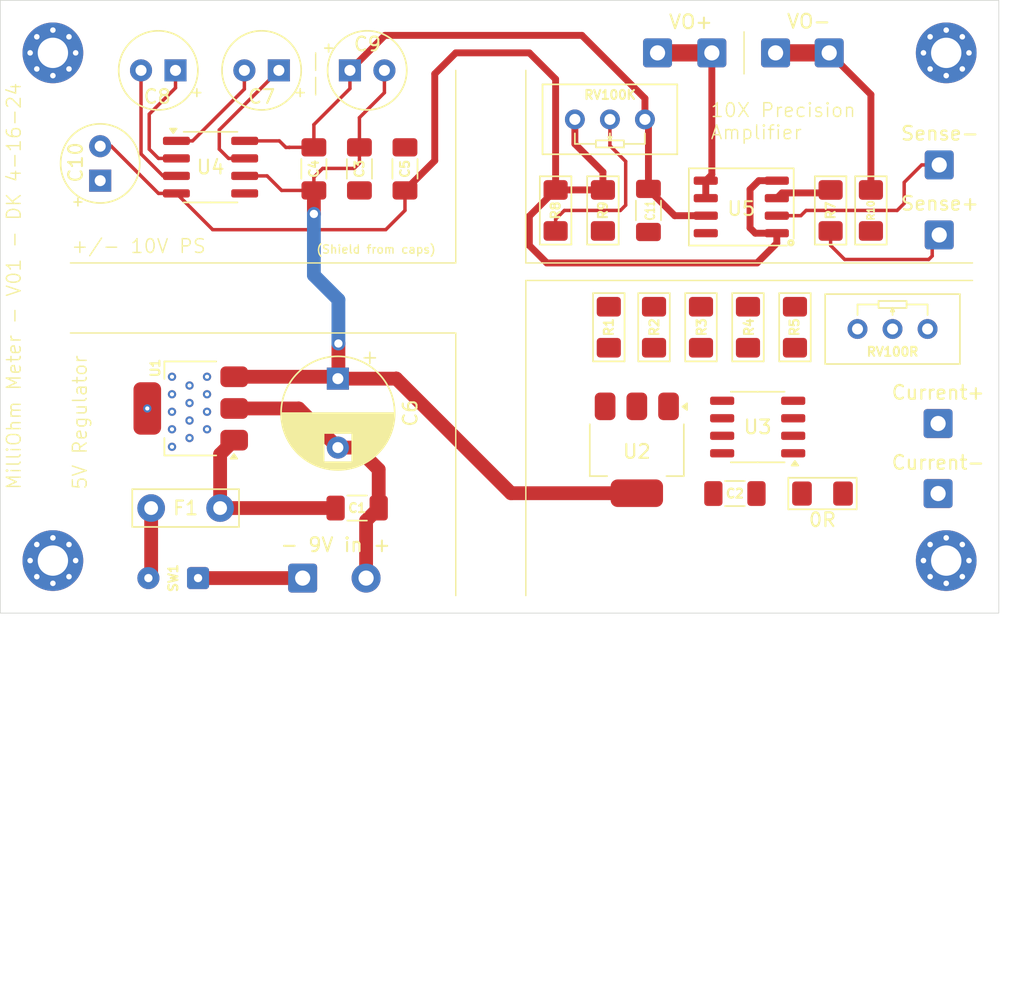
<source format=kicad_pcb>
(kicad_pcb (version 20240108) (generator "pcbnew") (generator_version "8.0")
  (layers (0 "F.Cu" signal) (31 "B.Cu" power) (34 "B.Paste" user) (35 "F.Paste" user) (36 "B.SilkS" user "B.Silkscreen") (37 "F.SilkS" user "F.Silkscreen") (38 "B.Mask" user) (39 "F.Mask" user) (44 "Edge.Cuts" user))
  (net 0 "")
  (net 1 "GND")
  (net 2 "Net-(U1-VI)")
  (net 3 "+5V")
  (net 4 "/+10V")
  (net 5 "/-10V")
  (net 6 "Net-(U4-C1-)")
  (net 7 "Net-(U4-C1+)")
  (net 8 "Net-(U4-C2-)")
  (net 9 "Net-(U4-C2+)")
  (net 10 "Net-(SW1-B)")
  (net 47 "Net-(J1-Pin_1)")
  (net 48 "/Current+")
  (net 49 "/Current-")
  (net 50 "/Sense-")
  (net 51 "/Sense+")
  (net 52 "/VO+")
  (net 53 "/VO-")
  (net 54 "Net-(R1-Pad1)")
  (net 55 "Net-(R5-Pad2)")
  (net 56 "Net-(U5-IN+)")
  (net 57 "Net-(R8-Pad1)")
  (net 58 "Net-(U3-K)")
  (footprint "PCM_Resistor_SMD_AKL:R_1206_3216Metric_Pad1.42x1.75mm_HandSolder" (layer "F.Cu") (at 83.82 77.0525 90)
    (property "Reference" "R3" (at 0 0.046 270) (layer "F.SilkS") (effects (font (size 0.65 0.65))))
    (property "Value" "56R2")
    (pad "1" smd roundrect (at -1.4875 0 90) (size 1.425 1.75) (layers "F.Cu" "F.Paste" "F.Mask") (roundrect_rratio 0.175439) (net 54 "Net-(R1-Pad1)"))
    (pad "2" smd roundrect (at 1.4875 0 90) (size 1.425 1.75) (layers "F.Cu" "F.Paste" "F.Mask") (roundrect_rratio 0.175439) (net 48 "/Current+"))
  )
  (footprint "Capacitor_THT:CP_Radial_D8.0mm_P5.00mm" (layer "F.Cu") (at 57.4925 80.782349 -90)
    (property "Reference" "C6" (at 2.5 -5.25 90) (layer "F.SilkS"))
    (property "Value" "220uF")
    (pad "1" thru_hole rect (at 0 0 270) (size 1.6 1.6) (drill 0.8) (layers "*.Cu" "*.Mask") (net 3 "+5V"))
    (pad "2" thru_hole circle (at 5 0 270) (size 1.6 1.6) (drill 0.8) (layers "*.Cu" "*.Mask") (net 1 "GND"))
  )
  (footprint "Capacitor_SMD:C_1206_3216Metric_Pad1.33x1.80mm_HandSolder" (layer "F.Cu") (at 59.055 65.566 90)
    (property "Reference" "C3" (at 0 0 270) (layer "F.SilkS") (effects (font (size 0.65 0.65))))
    (property "Value" "0.1uF")
    (pad "1" smd roundrect (at -1.5625 0 90) (size 1.325 1.8) (layers "F.Cu" "F.Paste" "F.Mask") (roundrect_rratio 0.188679) (net 1 "GND"))
    (pad "2" smd roundrect (at 1.5625 0 90) (size 1.325 1.8) (layers "F.Cu" "F.Paste" "F.Mask") (roundrect_rratio 0.188679) (net 3 "+5V"))
  )
  (footprint "Connector_Wire:SolderWire-0.1sqmm_1x02_P3.6mm_D0.4mm_OD1mm" (layer "F.Cu") (at 47.3545 95.25 180)
    (property "Reference" "SW1" (at 1.8 0 270) (layer "F.SilkS") (effects (font (size 0.65 0.65))))
    (property "Value" "SW_SPST")
    (pad "1" thru_hole roundrect (at 0 0 180) (size 1.6 1.6) (drill 0.6) (layers "*.Cu" "*.Mask") (roundrect_rratio 0.15625) (net 47 "Net-(J1-Pin_1)"))
    (pad "2" thru_hole circle (at 3.6 0 180) (size 1.6 1.6) (drill 0.6) (layers "*.Cu" "*.Mask") (net 10 "Net-(SW1-B)"))
  )
  (footprint "Connector_Wire:SolderWire-0.5sqmm_1x01_D0.9mm_OD2.1mm" (layer "F.Cu") (at 84.606631 57.15)
    (property "Reference" "VO+" (at -1.524 -2.25 360) (layer "F.SilkS"))
    (property "Value" "Conn_01x01_Pin")
    (pad "1" thru_hole roundrect (at 0 0) (size 2.1 2.1) (drill 1.1) (layers "*.Cu" "*.Mask") (roundrect_rratio 0.119048) (net 52 "/VO+"))
  )
  (footprint "Connector_Wire:SolderWire-0.5sqmm_1x01_D0.9mm_OD2.1mm" (layer "F.Cu") (at 80.669631 57.15)
    (property "Reference" "J6" (hide yes))
    (property "Value" "Conn_01x01_Pin")
    (pad "1" thru_hole roundrect (at 0 0) (size 2.1 2.1) (drill 1.1) (layers "*.Cu" "*.Mask") (roundrect_rratio 0.119048) (net 52 "/VO+"))
  )
  (footprint "Capacitor_SMD:C_1206_3216Metric_Pad1.33x1.80mm_HandSolder" (layer "F.Cu") (at 80.01 68.58 -90)
    (property "Reference" "C11" (at 0 -0.127 90) (layer "F.SilkS") (effects (font (size 0.65 0.5) (thickness 0.125))))
    (property "Value" "0.1uF")
    (pad "1" smd roundrect (at -1.5625 0 270) (size 1.325 1.8) (layers "F.Cu" "F.Paste" "F.Mask") (roundrect_rratio 0.188679) (net 4 "/+10V"))
    (pad "2" smd roundrect (at 1.5625 0 270) (size 1.325 1.8) (layers "F.Cu" "F.Paste" "F.Mask") (roundrect_rratio 0.188679) (net 1 "GND"))
  )
  (footprint "Capacitor_THT:CP_Radial_Tantal_D5.5mm_P2.50mm" (layer "F.Cu") (at 53.213 58.42 180)
    (property "Reference" "C7" (at 1.25 -1.905 180) (layer "F.SilkS"))
    (property "Value" "22uF")
    (pad "1" thru_hole rect (at 0 0 180) (size 1.6 1.6) (drill 0.8) (layers "*.Cu" "*.Mask") (net 7 "Net-(U4-C1+)"))
    (pad "2" thru_hole circle (at 2.5 0 180) (size 1.6 1.6) (drill 0.8) (layers "*.Cu" "*.Mask") (net 6 "Net-(U4-C1-)"))
  )
  (footprint "PCM_Potentiometer_THT_AKL:Potentiometer_Bourns_3296W_Vertical" (layer "F.Cu") (at 100.249 77.1795)
    (property "Reference" "RV100R" (at -2.54 1.651 360) (layer "F.SilkS") (effects (font (size 0.65 0.65))))
    (property "Value" "100R" (hide yes))
    (pad "1" thru_hole circle (at 0 0) (size 1.44 1.44) (drill 0.8) (layers "*.Cu" "*.Mask") (net 48 "/Current+"))
    (pad "2" thru_hole circle (at -2.54 0) (size 1.44 1.44) (drill 0.8) (layers "*.Cu" "*.Mask") (net 48 "/Current+"))
    (pad "3" thru_hole circle (at -5.08 0) (size 1.44 1.44) (drill 0.8) (layers "*.Cu" "*.Mask") (net 55 "Net-(R5-Pad2)"))
  )
  (footprint "Capacitor_THT:CP_Radial_Tantal_D5.5mm_P2.50mm" (layer "F.Cu") (at 58.366631 58.42)
    (property "Reference" "C9" (at 1.27 -1.905 360) (layer "F.SilkS"))
    (property "Value" "22uF")
    (pad "1" thru_hole rect (at 0 0) (size 1.6 1.6) (drill 0.8) (layers "*.Cu" "*.Mask") (net 4 "/+10V"))
    (pad "2" thru_hole circle (at 2.5 0) (size 1.6 1.6) (drill 0.8) (layers "*.Cu" "*.Mask") (net 3 "+5V"))
  )
  (footprint "PCM_Potentiometer_THT_AKL:Potentiometer_Bourns_3296W_Vertical" (layer "F.Cu") (at 74.676 61.976 180)
    (property "Reference" "RV100K" (at -2.55 1.778 180) (layer "F.SilkS") (effects (font (size 0.65 0.65))))
    (property "Value" "100K" (hide yes))
    (pad "1" thru_hole circle (at 0 0 180) (size 1.44 1.44) (drill 0.8) (layers "*.Cu" "*.Mask") (net 5 "/-10V"))
    (pad "2" thru_hole circle (at -2.54 0 180) (size 1.44 1.44) (drill 0.8) (layers "*.Cu" "*.Mask") (net 57 "Net-(R8-Pad1)"))
    (pad "3" thru_hole circle (at -5.08 0 180) (size 1.44 1.44) (drill 0.8) (layers "*.Cu" "*.Mask") (net 4 "/+10V"))
  )
  (footprint "MountingHole:MountingHole_2.2mm_M2_Pad_Via" (layer "F.Cu") (at 101.6 93.98)
    (property "Reference" "H2" (hide yes))
    (property "Value" "M2")
    (pad "1" thru_hole circle (at -1.65 0) (size 0.7 0.7) (drill 0.4) (layers "*.Cu" "*.Mask"))
    (pad "1" thru_hole circle (at -1.166726 -1.166726) (size 0.7 0.7) (drill 0.4) (layers "*.Cu" "*.Mask"))
    (pad "1" thru_hole circle (at -1.166726 1.166726) (size 0.7 0.7) (drill 0.4) (layers "*.Cu" "*.Mask"))
    (pad "1" thru_hole circle (at 0 -1.65) (size 0.7 0.7) (drill 0.4) (layers "*.Cu" "*.Mask"))
    (pad "1" thru_hole circle (at 0 0) (size 4.4 4.4) (drill 2.2) (layers "*.Cu" "*.Mask"))
    (pad "1" thru_hole circle (at 0 1.65) (size 0.7 0.7) (drill 0.4) (layers "*.Cu" "*.Mask"))
    (pad "1" thru_hole circle (at 1.166726 -1.166726) (size 0.7 0.7) (drill 0.4) (layers "*.Cu" "*.Mask"))
    (pad "1" thru_hole circle (at 1.166726 1.166726) (size 0.7 0.7) (drill 0.4) (layers "*.Cu" "*.Mask"))
    (pad "1" thru_hole circle (at 1.65 0) (size 0.7 0.7) (drill 0.4) (layers "*.Cu" "*.Mask"))
  )
  (footprint "PCM_Resistor_SMD_AKL:R_1206_3216Metric_Pad1.42x1.75mm_HandSolder" (layer "F.Cu") (at 87.226 77.0525 90)
    (property "Reference" "R4" (at 0 0.069 270) (layer "F.SilkS") (effects (font (size 0.65 0.65))))
    (property "Value" "56R2")
    (pad "1" smd roundrect (at -1.4875 0 90) (size 1.425 1.75) (layers "F.Cu" "F.Paste" "F.Mask") (roundrect_rratio 0.175439) (net 54 "Net-(R1-Pad1)"))
    (pad "2" smd roundrect (at 1.4875 0 90) (size 1.425 1.75) (layers "F.Cu" "F.Paste" "F.Mask") (roundrect_rratio 0.175439) (net 48 "/Current+"))
  )
  (footprint "PCM_Resistor_SMD_AKL:R_1206_3216Metric_Pad1.42x1.75mm_HandSolder" (layer "F.Cu") (at 80.414 77.0525 90)
    (property "Reference" "R2" (at 0 0.023 270) (layer "F.SilkS") (effects (font (size 0.65 0.65))))
    (property "Value" "56R2")
    (pad "1" smd roundrect (at -1.4875 0 90) (size 1.425 1.75) (layers "F.Cu" "F.Paste" "F.Mask") (roundrect_rratio 0.175439) (net 54 "Net-(R1-Pad1)"))
    (pad "2" smd roundrect (at 1.4875 0 90) (size 1.425 1.75) (layers "F.Cu" "F.Paste" "F.Mask") (roundrect_rratio 0.175439) (net 48 "/Current+"))
  )
  (footprint "Connector_Wire:SolderWire-0.5sqmm_1x01_D0.9mm_OD2.1mm" (layer "F.Cu") (at 89.227631 57.15)
    (property "Reference" "J7" (hide yes))
    (property "Value" "Conn_01x01_Pin")
    (pad "1" thru_hole roundrect (at 0 0) (size 2.1 2.1) (drill 1.1) (layers "*.Cu" "*.Mask") (roundrect_rratio 0.119048) (net 53 "/VO-"))
  )
  (footprint "Capacitor_SMD:C_1206_3216Metric_Pad1.33x1.80mm_HandSolder" (layer "F.Cu") (at 62.357 65.566 90)
    (property "Reference" "C5" (at 0 0 270) (layer "F.SilkS") (effects (font (size 0.65 0.65))))
    (property "Value" "0.1uF")
    (pad "1" smd roundrect (at -1.5625 0 90) (size 1.325 1.8) (layers "F.Cu" "F.Paste" "F.Mask") (roundrect_rratio 0.188679) (net 5 "/-10V"))
    (pad "2" smd roundrect (at 1.5625 0 90) (size 1.325 1.8) (layers "F.Cu" "F.Paste" "F.Mask") (roundrect_rratio 0.188679) (net 1 "GND"))
  )
  (footprint "Connector_Wire:SolderWire-0.5sqmm_1x01_D0.9mm_OD2.1mm" (layer "F.Cu") (at 101.011 84.0375)
    (property "Reference" "Current+" (at 0 -2.25 360) (layer "F.SilkS"))
    (property "Value" "Conn_01x01_Pin")
    (pad "1" thru_hole roundrect (at 0 0) (size 2.1 2.1) (drill 1.1) (layers "*.Cu" "*.Mask") (roundrect_rratio 0.119048) (net 48 "/Current+"))
  )
  (footprint "PCM_Resistor_SMD_AKL:R_1206_3216Metric_Pad1.42x1.75mm_HandSolder" (layer "F.Cu") (at 76.708 68.58 -90)
    (property "Reference" "R9" (at 0 0 90) (layer "F.SilkS") (effects (font (size 0.65 0.65))))
    (property "Value" "100R")
    (pad "1" smd roundrect (at -1.4875 0 270) (size 1.425 1.75) (layers "F.Cu" "F.Paste" "F.Mask") (roundrect_rratio 0.175439) (net 5 "/-10V"))
    (pad "2" smd roundrect (at 1.4875 0 270) (size 1.425 1.75) (layers "F.Cu" "F.Paste" "F.Mask") (roundrect_rratio 0.175439) (net 1 "GND"))
  )
  (footprint "Capacitor_SMD:C_1206_3216Metric_Pad1.33x1.80mm_HandSolder" (layer "F.Cu") (at 58.8895 90.17)
    (property "Reference" "C1" (at 0 0 360) (layer "F.SilkS") (effects (font (size 0.65 0.65))))
    (property "Value" "0.1uF")
    (pad "1" smd roundrect (at -1.5625 0) (size 1.325 1.8) (layers "F.Cu" "F.Paste" "F.Mask") (roundrect_rratio 0.188679) (net 2 "Net-(U1-VI)"))
    (pad "2" smd roundrect (at 1.5625 0) (size 1.325 1.8) (layers "F.Cu" "F.Paste" "F.Mask") (roundrect_rratio 0.188679) (net 1 "GND"))
  )
  (footprint "Package_TO_SOT_SMD:SOT-223" (layer "F.Cu") (at 46.8245 82.945 180)
    (property "Reference" "U1" (at 2.565 2.935 270) (layer "F.SilkS") (effects (font (size 0.65 0.65))))
    (property "Value" "~")
    (pad "1" smd roundrect (at -3.15 -2.3 180) (size 2 1.5) (layers "F.Cu" "F.Paste" "F.Mask") (net 2 "Net-(U1-VI)"))
    (pad "2" smd roundrect (at -3.15 0 180) (size 2 1.5) (layers "F.Cu" "F.Paste" "F.Mask") (net 1 "GND"))
    (pad "3" smd roundrect (at -3.15 2.3 180) (size 2 1.5) (layers "F.Cu" "F.Paste" "F.Mask") (net 3 "+5V"))
    (pad "4" smd roundrect (at 3.15 0 180) (size 2 3.8) (layers "F.Cu" "F.Paste" "F.Mask") (net 1 "GND"))
  )
  (footprint "PCM_Resistor_SMD_AKL:R_1206_3216Metric_Pad1.42x1.75mm_HandSolder" (layer "F.Cu") (at 77.135 77.0525 90)
    (property "Reference" "R1" (at 0 0 270) (layer "F.SilkS") (effects (font (size 0.65 0.65))))
    (property "Value" "56R2")
    (pad "1" smd roundrect (at -1.4875 0 90) (size 1.425 1.75) (layers "F.Cu" "F.Paste" "F.Mask") (roundrect_rratio 0.175439) (net 54 "Net-(R1-Pad1)"))
    (pad "2" smd roundrect (at 1.4875 0 90) (size 1.425 1.75) (layers "F.Cu" "F.Paste" "F.Mask") (roundrect_rratio 0.175439) (net 48 "/Current+"))
  )
  (footprint "Capacitor_THT:C_Disc_D7.5mm_W2.5mm_P5.00mm" (layer "F.Cu") (at 43.9545 90.17)
    (property "Reference" "F1" (at 2.5 0 360) (layer "F.SilkS"))
    (property "Value" "PTC 250mA")
    (pad "1" thru_hole circle (at 0 0) (size 2 2) (drill 1) (layers "*.Cu" "*.Mask") (net 10 "Net-(SW1-B)"))
    (pad "2" thru_hole circle (at 5 0) (size 2 2) (drill 1) (layers "*.Cu" "*.Mask") (net 2 "Net-(U1-VI)"))
  )
  (footprint "Connector_Wire:SolderWire-0.5sqmm_1x01_D0.9mm_OD2.1mm" (layer "F.Cu") (at 101.011 89.1175)
    (property "Reference" "Current-" (at 0 -2.25 360) (layer "F.SilkS"))
    (property "Value" "Conn_01x01_Pin")
    (pad "1" thru_hole roundrect (at 0 0) (size 2.1 2.1) (drill 1.1) (layers "*.Cu" "*.Mask") (roundrect_rratio 0.119048) (net 49 "/Current-"))
  )
  (footprint "MountingHole:MountingHole_2.2mm_M2_Pad_Via" (layer "F.Cu") (at 101.6 57.15)
    (property "Reference" "H3" (hide yes))
    (property "Value" "M2")
    (pad "1" thru_hole circle (at -1.65 0) (size 0.7 0.7) (drill 0.4) (layers "*.Cu" "*.Mask"))
    (pad "1" thru_hole circle (at -1.166726 -1.166726) (size 0.7 0.7) (drill 0.4) (layers "*.Cu" "*.Mask"))
    (pad "1" thru_hole circle (at -1.166726 1.166726) (size 0.7 0.7) (drill 0.4) (layers "*.Cu" "*.Mask"))
    (pad "1" thru_hole circle (at 0 -1.65) (size 0.7 0.7) (drill 0.4) (layers "*.Cu" "*.Mask"))
    (pad "1" thru_hole circle (at 0 0) (size 4.4 4.4) (drill 2.2) (layers "*.Cu" "*.Mask"))
    (pad "1" thru_hole circle (at 0 1.65) (size 0.7 0.7) (drill 0.4) (layers "*.Cu" "*.Mask"))
    (pad "1" thru_hole circle (at 1.166726 -1.166726) (size 0.7 0.7) (drill 0.4) (layers "*.Cu" "*.Mask"))
    (pad "1" thru_hole circle (at 1.166726 1.166726) (size 0.7 0.7) (drill 0.4) (layers "*.Cu" "*.Mask"))
    (pad "1" thru_hole circle (at 1.65 0) (size 0.7 0.7) (drill 0.4) (layers "*.Cu" "*.Mask"))
  )
  (footprint "Capacitor_THT:CP_Radial_Tantal_D5.5mm_P2.50mm" (layer "F.Cu") (at 40.259 66.421 90)
    (property "Reference" "C10" (at 1.323369 -1.778 270) (layer "F.SilkS"))
    (property "Value" "22uF")
    (pad "1" thru_hole rect (at 0 0 90) (size 1.6 1.6) (drill 0.8) (layers "*.Cu" "*.Mask") (net 1 "GND"))
    (pad "2" thru_hole circle (at 2.5 0 90) (size 1.6 1.6) (drill 0.8) (layers "*.Cu" "*.Mask") (net 5 "/-10V"))
  )
  (footprint "Capacitor_SMD:C_1206_3216Metric_Pad1.33x1.80mm_HandSolder" (layer "F.Cu") (at 86.279 89.1175)
    (property "Reference" "C2" (at 0 0 360) (layer "F.SilkS") (effects (font (size 0.65 0.65))))
    (property "Value" "0.1uF")
    (pad "1" smd roundrect (at -1.5625 0) (size 1.325 1.8) (layers "F.Cu" "F.Paste" "F.Mask") (roundrect_rratio 0.188679) (net 3 "+5V"))
    (pad "2" smd roundrect (at 1.5625 0) (size 1.325 1.8) (layers "F.Cu" "F.Paste" "F.Mask") (roundrect_rratio 0.188679) (net 1 "GND"))
  )
  (footprint "MountingHole:MountingHole_2.2mm_M2_Pad_Via" (layer "F.Cu") (at 36.83 57.15)
    (property "Reference" "H1" (hide yes))
    (property "Value" "M2")
    (pad "1" thru_hole circle (at -1.65 0) (size 0.7 0.7) (drill 0.4) (layers "*.Cu" "*.Mask"))
    (pad "1" thru_hole circle (at -1.166726 -1.166726) (size 0.7 0.7) (drill 0.4) (layers "*.Cu" "*.Mask"))
    (pad "1" thru_hole circle (at -1.166726 1.166726) (size 0.7 0.7) (drill 0.4) (layers "*.Cu" "*.Mask"))
    (pad "1" thru_hole circle (at 0 -1.65) (size 0.7 0.7) (drill 0.4) (layers "*.Cu" "*.Mask"))
    (pad "1" thru_hole circle (at 0 0) (size 4.4 4.4) (drill 2.2) (layers "*.Cu" "*.Mask"))
    (pad "1" thru_hole circle (at 0 1.65) (size 0.7 0.7) (drill 0.4) (layers "*.Cu" "*.Mask"))
    (pad "1" thru_hole circle (at 1.166726 -1.166726) (size 0.7 0.7) (drill 0.4) (layers "*.Cu" "*.Mask"))
    (pad "1" thru_hole circle (at 1.166726 1.166726) (size 0.7 0.7) (drill 0.4) (layers "*.Cu" "*.Mask"))
    (pad "1" thru_hole circle (at 1.65 0) (size 0.7 0.7) (drill 0.4) (layers "*.Cu" "*.Mask"))
  )
  (footprint "Capacitor_SMD:C_1206_3216Metric_Pad1.33x1.80mm_HandSolder" (layer "F.Cu") (at 55.753 65.566 90)
    (property "Reference" "C4" (at 0 0 270) (layer "F.SilkS") (effects (font (size 0.65 0.65))))
    (property "Value" "0.1uF")
    (pad "1" smd roundrect (at -1.5625 0 90) (size 1.325 1.8) (layers "F.Cu" "F.Paste" "F.Mask") (roundrect_rratio 0.188679) (net 3 "+5V"))
    (pad "2" smd roundrect (at 1.5625 0 90) (size 1.325 1.8) (layers "F.Cu" "F.Paste" "F.Mask") (roundrect_rratio 0.188679) (net 4 "/+10V"))
  )
  (footprint "PCM_Resistor_SMD_AKL:R_1206_3216Metric_Pad1.42x1.75mm_HandSolder" (layer "F.Cu") (at 73.279 68.58 90)
    (property "Reference" "R8" (at 0 0 270) (layer "F.SilkS") (effects (font (size 0.65 0.65))))
    (property "Value" "499K")
    (pad "1" smd roundrect (at -1.4875 0 90) (size 1.425 1.75) (layers "F.Cu" "F.Paste" "F.Mask") (roundrect_rratio 0.175439) (net 57 "Net-(R8-Pad1)"))
    (pad "2" smd roundrect (at 1.4875 0 90) (size 1.425 1.75) (layers "F.Cu" "F.Paste" "F.Mask") (roundrect_rratio 0.175439) (net 5 "/-10V"))
  )
  (footprint "Connector_Wire:SolderWire-0.5sqmm_1x01_D0.9mm_OD2.1mm" (layer "F.Cu") (at 101.092 70.358 180)
    (property "Reference" "Sense+" (at -0.049 2.286 180) (layer "F.SilkS"))
    (property "Value" "Conn_01x01_Pin")
    (pad "1" thru_hole roundrect (at 0 0 180) (size 2.1 2.1) (drill 1.1) (layers "*.Cu" "*.Mask") (roundrect_rratio 0.119048) (net 51 "/Sense+"))
  )
  (footprint "Connector_Wire:SolderWire-0.5sqmm_1x01_D0.9mm_OD2.1mm" (layer "F.Cu") (at 93.115631 57.15)
    (property "Reference" "VO-" (at -1.475 -2.286 360) (layer "F.SilkS"))
    (property "Value" "Conn_01x01_Pin")
    (pad "1" thru_hole roundrect (at 0 0) (size 2.1 2.1) (drill 1.1) (layers "*.Cu" "*.Mask") (roundrect_rratio 0.119048) (net 53 "/VO-"))
  )
  (footprint "Package_SO:SO-8_3.9x4.9mm_P1.27mm" (layer "F.Cu") (at 87.93 84.2915 180)
    (property "Reference" "U3" (at 0 0 180) (layer "F.SilkS"))
    (property "Value" "LT1634-1.25")
    (pad "1" smd roundrect (at -2.575 -1.905 180) (size 1.75 0.6) (layers "F.Cu" "F.Paste" "F.Mask"))
    (pad "2" smd roundrect (at -2.575 -0.635 180) (size 1.75 0.6) (layers "F.Cu" "F.Paste" "F.Mask"))
    (pad "3" smd roundrect (at -2.575 0.635 180) (size 1.75 0.6) (layers "F.Cu" "F.Paste" "F.Mask"))
    (pad "4" smd roundrect (at -2.575 1.905 180) (size 1.75 0.6) (layers "F.Cu" "F.Paste" "F.Mask") (net 48 "/Current+"))
    (pad "5" smd roundrect (at 2.575 1.905 180) (size 1.75 0.6) (layers "F.Cu" "F.Paste" "F.Mask"))
    (pad "6" smd roundrect (at 2.575 0.635 180) (size 1.75 0.6) (layers "F.Cu" "F.Paste" "F.Mask") (net 58 "Net-(U3-K)"))
    (pad "7" smd roundrect (at 2.575 -0.635 180) (size 1.75 0.6) (layers "F.Cu" "F.Paste" "F.Mask"))
    (pad "8" smd roundrect (at 2.575 -1.905 180) (size 1.75 0.6) (layers "F.Cu" "F.Paste" "F.Mask"))
  )
  (footprint "Capacitor_THT:CP_Radial_Tantal_D5.5mm_P2.50mm" (layer "F.Cu") (at 45.72 58.42 180)
    (property "Reference" "C8" (at 1.323369 -1.905 180) (layer "F.SilkS"))
    (property "Value" "22uF")
    (pad "1" thru_hole rect (at 0 0 180) (size 1.6 1.6) (drill 0.8) (layers "*.Cu" "*.Mask") (net 9 "Net-(U4-C2+)"))
    (pad "2" thru_hole circle (at 2.5 0 180) (size 1.6 1.6) (drill 0.8) (layers "*.Cu" "*.Mask") (net 8 "Net-(U4-C2-)"))
  )
  (footprint "PCM_Resistor_SMD_AKL:R_1206_3216Metric_Pad1.42x1.75mm_HandSolder" (layer "F.Cu") (at 90.632 77.0525 90)
    (property "Reference" "R5" (at 0 -0.035 270) (layer "F.SilkS") (effects (font (size 0.65 0.65))))
    (property "Value" "63R4")
    (pad "1" smd roundrect (at -1.4875 0 90) (size 1.425 1.75) (layers "F.Cu" "F.Paste" "F.Mask") (roundrect_rratio 0.175439) (net 54 "Net-(R1-Pad1)"))
    (pad "2" smd roundrect (at 1.4875 0 90) (size 1.425 1.75) (layers "F.Cu" "F.Paste" "F.Mask") (roundrect_rratio 0.175439) (net 55 "Net-(R5-Pad2)"))
  )
  (footprint "MountingHole:MountingHole_2.2mm_M2_Pad_Via" (layer "F.Cu") (at 36.83 93.98)
    (property "Reference" "H4" (hide yes))
    (property "Value" "M2")
    (pad "1" thru_hole circle (at -1.65 0) (size 0.7 0.7) (drill 0.4) (layers "*.Cu" "*.Mask"))
    (pad "1" thru_hole circle (at -1.166726 -1.166726) (size 0.7 0.7) (drill 0.4) (layers "*.Cu" "*.Mask"))
    (pad "1" thru_hole circle (at -1.166726 1.166726) (size 0.7 0.7) (drill 0.4) (layers "*.Cu" "*.Mask"))
    (pad "1" thru_hole circle (at 0 -1.65) (size 0.7 0.7) (drill 0.4) (layers "*.Cu" "*.Mask"))
    (pad "1" thru_hole circle (at 0 0) (size 4.4 4.4) (drill 2.2) (layers "*.Cu" "*.Mask"))
    (pad "1" thru_hole circle (at 0 1.65) (size 0.7 0.7) (drill 0.4) (layers "*.Cu" "*.Mask"))
    (pad "1" thru_hole circle (at 1.166726 -1.166726) (size 0.7 0.7) (drill 0.4) (layers "*.Cu" "*.Mask"))
    (pad "1" thru_hole circle (at 1.166726 1.166726) (size 0.7 0.7) (drill 0.4) (layers "*.Cu" "*.Mask"))
    (pad "1" thru_hole circle (at 1.65 0) (size 0.7 0.7) (drill 0.4) (layers "*.Cu" "*.Mask"))
  )
  (footprint "PCM_Resistor_SMD_AKL:R_1206_3216Metric_Pad1.42x1.75mm_HandSolder" (layer "F.Cu") (at 92.629 89.1175)
    (property "Reference" "0R" (at 0 1.905 360) (layer "F.SilkS"))
    (property "Value" "0R")
    (pad "1" smd roundrect (at -1.4875 0) (size 1.425 1.75) (layers "F.Cu" "F.Paste" "F.Mask") (roundrect_rratio 0.175439) (net 1 "GND"))
    (pad "2" smd roundrect (at 1.4875 0) (size 1.425 1.75) (layers "F.Cu" "F.Paste" "F.Mask") (roundrect_rratio 0.175439) (net 49 "/Current-"))
  )
  (footprint "PCM_Package_SO_AKL:SO-8_3.9x4.9mm_P1.27mm" (layer "F.Cu") (at 86.741 68.326 180)
    (property "Reference" "U5" (at 0 -0.127 180) (layer "F.SilkS"))
    (property "Value" "INA106U" (hide yes))
    (pad "1" smd roundrect (at -2.575 -1.905 180) (size 1.75 0.6) (layers "F.Cu" "F.Paste" "F.Mask") (net 5 "/-10V"))
    (pad "2" smd roundrect (at -2.575 -0.635 180) (size 1.75 0.6) (layers "F.Cu" "F.Paste" "F.Mask") (net 50 "/Sense-"))
    (pad "3" smd roundrect (at -2.575 0.635 180) (size 1.75 0.6) (layers "F.Cu" "F.Paste" "F.Mask") (net 56 "Net-(U5-IN+)"))
    (pad "4" smd roundrect (at -2.575 1.905 180) (size 1.75 0.6) (layers "F.Cu" "F.Paste" "F.Mask") (net 5 "/-10V"))
    (pad "5" smd roundrect (at 2.575 1.905 180) (size 1.75 0.6) (layers "F.Cu" "F.Paste" "F.Mask") (net 52 "/VO+"))
    (pad "6" smd roundrect (at 2.575 0.635 180) (size 1.75 0.6) (layers "F.Cu" "F.Paste" "F.Mask") (net 52 "/VO+"))
    (pad "7" smd roundrect (at 2.575 -0.635 180) (size 1.75 0.6) (layers "F.Cu" "F.Paste" "F.Mask") (net 4 "/+10V"))
    (pad "8" smd roundrect (at 2.575 -1.905 180) (size 1.75 0.6) (layers "F.Cu" "F.Paste" "F.Mask"))
  )
  (footprint "PCM_Resistor_SMD_AKL:R_1206_3216Metric_Pad1.42x1.75mm_HandSolder" (layer "F.Cu") (at 96.139 68.58 90)
    (property "Reference" "R10" (at 0 0 270) (layer "F.SilkS") (effects (font (size 0.5 0.5) (thickness 0.125))))
    (property "Value" "0R")
    (pad "1" smd roundrect (at -1.4875 0 90) (size 1.425 1.75) (layers "F.Cu" "F.Paste" "F.Mask") (roundrect_rratio 0.175439) (net 1 "GND"))
    (pad "2" smd roundrect (at 1.4875 0 90) (size 1.425 1.75) (layers "F.Cu" "F.Paste" "F.Mask") (roundrect_rratio 0.175439) (net 53 "/VO-"))
  )
  (footprint "Connector_Wire:SolderWire-0.5sqmm_1x01_D0.9mm_OD2.1mm" (layer "F.Cu") (at 101.092 65.278 180)
    (property "Reference" "Sense-" (at -0.049 2.286 180) (layer "F.SilkS"))
    (property "Value" "Conn_01x01_Pin")
    (pad "1" thru_hole roundrect (at 0 0 180) (size 2.1 2.1) (drill 1.1) (layers "*.Cu" "*.Mask") (roundrect_rratio 0.119048) (net 50 "/Sense-"))
  )
  (footprint "Connector_Wire:SolderWire-0.5sqmm_1x02_P4.6mm_D0.9mm_OD2.1mm" (layer "F.Cu") (at 54.9385 95.25)
    (property "Reference" "J1" (hide yes))
    (property "Value" "- 9V in +" (at 2.3885 -2.413 360) (layer "F.SilkS"))
    (pad "1" thru_hole roundrect (at 0 0) (size 2.1 2.1) (drill 1.1) (layers "*.Cu" "*.Mask") (roundrect_rratio 0.119048) (net 47 "Net-(J1-Pin_1)"))
    (pad "2" thru_hole circle (at 4.6 0) (size 2.1 2.1) (drill 1.1) (layers "*.Cu" "*.Mask") (net 1 "GND"))
  )
  (footprint "Package_TO_SOT_SMD:SOT-223-3_TabPin2" (layer "F.Cu") (at 79.167 85.9425 -90)
    (property "Reference" "U2" (at 0.127 0 180) (layer "F.SilkS"))
    (property "Value" "LT3092xST")
    (pad "1" smd roundrect (at -3.15 -2.3 270) (size 2 1.5) (layers "F.Cu" "F.Paste" "F.Mask") (net 58 "Net-(U3-K)"))
    (pad "2" smd roundrect (at -3.15 0 270) (size 2 1.5) (layers "F.Cu" "F.Paste" "F.Mask") (net 3 "+5V"))
    (pad "2" smd roundrect (at 3.15 0 270) (size 2 3.8) (layers "F.Cu" "F.Paste" "F.Mask") (net 3 "+5V"))
    (pad "3" smd roundrect (at -3.15 2.3 270) (size 2 1.5) (layers "F.Cu" "F.Paste" "F.Mask") (net 54 "Net-(R1-Pad1)"))
  )
  (footprint "PCM_Resistor_SMD_AKL:R_1206_3216Metric_Pad1.42x1.75mm_HandSolder" (layer "F.Cu") (at 93.218 68.58 90)
    (property "Reference" "R7" (at 0 0 270) (layer "F.SilkS") (effects (font (size 0.65 0.65))))
    (property "Value" "10r")
    (pad "1" smd roundrect (at -1.4875 0 90) (size 1.425 1.75) (layers "F.Cu" "F.Paste" "F.Mask") (roundrect_rratio 0.175439) (net 51 "/Sense+"))
    (pad "2" smd roundrect (at 1.4875 0 90) (size 1.425 1.75) (layers "F.Cu" "F.Paste" "F.Mask") (roundrect_rratio 0.175439) (net 56 "Net-(U5-IN+)"))
  )
  (footprint "Package_SO:SOIC-8_3.9x4.9mm_P1.27mm" (layer "F.Cu") (at 48.26 65.439)
    (property "Reference" "U4" (at 0 0 360) (layer "F.SilkS"))
    (property "Value" "MAX680CPA+")
    (pad "1" smd roundrect (at -2.475 -1.905) (size 1.95 0.6) (layers "F.Cu" "F.Paste" "F.Mask") (net 6 "Net-(U4-C1-)"))
    (pad "2" smd roundrect (at -2.475 -0.635) (size 1.95 0.6) (layers "F.Cu" "F.Paste" "F.Mask") (net 9 "Net-(U4-C2+)"))
    (pad "3" smd roundrect (at -2.475 0.635) (size 1.95 0.6) (layers "F.Cu" "F.Paste" "F.Mask") (net 8 "Net-(U4-C2-)"))
    (pad "4" smd roundrect (at -2.475 1.905) (size 1.95 0.6) (layers "F.Cu" "F.Paste" "F.Mask") (net 5 "/-10V"))
    (pad "5" smd roundrect (at 2.475 1.905) (size 1.95 0.6) (layers "F.Cu" "F.Paste" "F.Mask") (net 1 "GND"))
    (pad "6" smd roundrect (at 2.475 0.635) (size 1.95 0.6) (layers "F.Cu" "F.Paste" "F.Mask") (net 3 "+5V"))
    (pad "7" smd roundrect (at 2.475 -0.635) (size 1.95 0.6) (layers "F.Cu" "F.Paste" "F.Mask") (net 7 "Net-(U4-C1+)"))
    (pad "8" smd roundrect (at 2.475 -1.905) (size 1.95 0.6) (layers "F.Cu" "F.Paste" "F.Mask") (net 4 "/+10V"))
  )
  (gr_line (start 71.12 73.66) (end 71.12 96.52) (stroke (width 0.1)) (layer "F.SilkS"))
  (gr_line (start 103.505 73.66) (end 71.12 73.66) (stroke (width 0.1)) (layer "F.SilkS"))
  (gr_line (start 103.505 72.39) (end 71.12 72.39) (stroke (width 0.1)) (layer "F.SilkS"))
  (gr_line (start 38.1 77.47) (end 66.04 77.47) (stroke (width 0.1)) (layer "F.SilkS"))
  (gr_line (start 55.88 58.42) (end 55.88 57.15) (stroke (width 0.1)) (layer "F.SilkS"))
  (gr_line (start 86.941631 55.626) (end 86.941631 58.674) (stroke (width 0.1)) (layer "F.SilkS"))
  (gr_line (start 71.12 72.39) (end 71.12 58.42) (stroke (width 0.1)) (layer "F.SilkS"))
  (gr_line (start 55.88 58.928) (end 55.88 60.198) (stroke (width 0.1)) (layer "F.SilkS"))
  (gr_line (start 66.04 72.39) (end 38.1 72.39) (stroke (width 0.1)) (layer "F.SilkS"))
  (gr_line (start 66.04 72.39) (end 66.04 58.42) (stroke (width 0.1)) (layer "F.SilkS"))
  (gr_line (start 66.04 77.47) (end 66.04 96.52) (stroke (width 0.1)) (layer "F.SilkS"))
  (gr_rect (start 33.02 53.34) (end 105.41 97.79) (stroke (width 0.05)) (fill none) (layer "Edge.Cuts"))
  (gr_text "(Shield from caps)" (at 55.88 71.755 0) (layer "F.SilkS") (effects (font (size 0.6 0.6) (thickness 0.1)) (justify left bottom)))
  (gr_text "MilliOhm Meter - V01 - DK 4-16-24\n\n" (at 36.195 88.9 90) (layer "F.SilkS") (effects (font (size 1 1) (thickness 0.1)) (justify left bottom)))
  (gr_text "5V Regulator\n" (at 39.37 88.9 90) (layer "F.SilkS") (effects (font (size 1 1) (thickness 0.1)) (justify left bottom)))
  (gr_text "+/- 10V PS" (at 38.1 71.755 0) (layer "F.SilkS") (effects (font (size 1 1) (thickness 0.1)) (justify left bottom)))
  (gr_text "10X Precision \nAmplifier" (at 84.455 63.5 0) (layer "F.SilkS") (effects (font (size 1 1) (thickness 0.1)) (justify left bottom)))
  (via (at 45.466 83.185) (size 0.6) (drill 0.3) (layers "F.Cu" "B.Cu") (net 0))
  (via (at 48.006 84.455) (size 0.6) (drill 0.3) (layers "F.Cu" "B.Cu") (net 0))
  (via (at 48.006 83.185) (size 0.6) (drill 0.3) (layers "F.Cu" "B.Cu") (net 0))
  (via (at 46.736 81.28) (size 0.6) (drill 0.3) (layers "F.Cu" "B.Cu") (net 0))
  (via (at 48.006 81.915) (size 0.6) (drill 0.3) (layers "F.Cu" "B.Cu") (net 0))
  (via (at 48.006 80.645) (size 0.6) (drill 0.3) (layers "F.Cu" "B.Cu") (net 0))
  (via (at 45.466 84.455) (size 0.6) (drill 0.3) (layers "F.Cu" "B.Cu") (net 0))
  (via (at 45.466 80.645) (size 0.6) (drill 0.3) (layers "F.Cu" "B.Cu") (net 0))
  (via (at 45.466 85.725) (size 0.6) (drill 0.3) (layers "F.Cu" "B.Cu") (net 0))
  (via (at 46.736 83.82) (size 0.6) (drill 0.3) (layers "F.Cu" "B.Cu") (net 0))
  (via (at 46.736 82.55) (size 0.6) (drill 0.3) (layers "F.Cu" "B.Cu") (net 0))
  (via (at 46.736 85.09) (size 0.6) (drill 0.3) (layers "F.Cu" "B.Cu") (net 0))
  (via (at 45.466 81.915) (size 0.6) (drill 0.3) (layers "F.Cu" "B.Cu") (net 0))
  (segment (start 58.858349 85.782349) (end 60.452 87.376) (width 1) (layer "F.Cu") (net 1))
  (segment (start 60.452 87.376) (end 60.452 90.17) (width 1) (layer "F.Cu") (net 1))
  (segment (start 57.4925 85.782349) (end 58.858349 85.782349) (width 1) (layer "F.Cu") (net 1))
  (segment (start 49.9745 82.945) (end 54.655151 82.945) (width 1) (layer "F.Cu") (net 1))
  (segment (start 59.5385 95.25) (end 59.5385 91.0835) (width 1) (layer "F.Cu") (net 1))
  (segment (start 54.655151 82.945) (end 57.4925 85.782349) (width 1) (layer "F.Cu") (net 1))
  (segment (start 59.5385 91.0835) (end 60.452 90.17) (width 1) (layer "F.Cu") (net 1))
  (via (at 43.674498 82.945) (size 0.6) (drill 0.3) (layers "F.Cu" "B.Cu") (net 1))
  (segment (start 48.9545 90.17) (end 48.9545 86.265) (width 1) (layer "F.Cu") (net 2))
  (segment (start 48.9545 86.265) (end 49.9745 85.245) (width 1) (layer "F.Cu") (net 2))
  (segment (start 57.327 90.17) (end 48.9545 90.17) (width 1) (layer "F.Cu") (net 2))
  (segment (start 56.388 65.532) (end 55.753 66.167) (width 0.25) (layer "F.Cu") (net 3))
  (segment (start 49.9745 80.645) (end 57.355151 80.645) (width 1) (layer "F.Cu") (net 3))
  (segment (start 55.753 68.834) (end 55.753 67.1285) (width 1) (layer "F.Cu") (net 3))
  (segment (start 61.722 80.772) (end 61.711651 80.782349) (width 1) (layer "F.Cu") (net 3))
  (segment (start 52.358 66.074) (end 53.4125 67.1285) (width 0.25) (layer "F.Cu") (net 3))
  (segment (start 59.055 61.849) (end 59.055 64.0035) (width 0.25) (layer "F.Cu") (net 3))
  (segment (start 55.753 66.167) (end 55.753 67.1285) (width 0.25) (layer "F.Cu") (net 3))
  (segment (start 57.531 78.232) (end 57.531 80.743849) (width 1) (layer "F.Cu") (net 3))
  (segment (start 60.866631 58.42) (end 60.866631 60.037369) (width 0.25) (layer "F.Cu") (net 3))
  (segment (start 58.674 65.532) (end 56.388 65.532) (width 0.25) (layer "F.Cu") (net 3))
  (segment (start 60.866631 60.037369) (end 59.055 61.849) (width 0.25) (layer "F.Cu") (net 3))
  (segment (start 57.531 80.743849) (end 57.4925 80.782349) (width 1) (layer "F.Cu") (net 3))
  (segment (start 61.711651 80.782349) (end 57.4925 80.782349) (width 1) (layer "F.Cu") (net 3))
  (segment (start 59.055 65.151) (end 58.674 65.532) (width 0.25) (layer "F.Cu") (net 3))
  (segment (start 70.0425 89.0925) (end 61.722 80.772) (width 1) (layer "F.Cu") (net 3))
  (segment (start 79.167 89.0925) (end 70.0425 89.0925) (width 1) (layer "F.Cu") (net 3))
  (segment (start 59.055 64.0035) (end 59.055 65.151) (width 0.25) (layer "F.Cu") (net 3))
  (segment (start 57.355151 80.645) (end 57.4925 80.782349) (width 1) (layer "F.Cu") (net 3))
  (segment (start 50.735 66.074) (end 52.358 66.074) (width 0.25) (layer "F.Cu") (net 3))
  (segment (start 53.4125 67.1285) (end 55.753 67.1285) (width 0.25) (layer "F.Cu") (net 3))
  (via (at 57.531 78.232) (size 1) (drill 0.6) (layers "F.Cu" "B.Cu") (net 3))
  (via (at 55.753 68.834) (size 1) (drill 0.6) (layers "F.Cu" "B.Cu") (net 3))
  (segment (start 57.531 78.232) (end 57.531 75.057) (width 1) (layer "B.Cu") (net 3))
  (segment (start 57.531 75.057) (end 55.753 73.279) (width 1) (layer "B.Cu") (net 3))
  (segment (start 55.753 73.279) (end 55.753 68.834) (width 1) (layer "B.Cu") (net 3))
  (segment (start 80.01 62.23) (end 79.756 61.976) (width 0.5) (layer "F.Cu") (net 4))
  (segment (start 53.975 64.008) (end 53.9795 64.0035) (width 0.25) (layer "F.Cu") (net 4))
  (segment (start 58.366631 58.42) (end 58.366631 59.743369) (width 0.25) (layer "F.Cu") (net 4))
  (segment (start 79.756 61.976) (end 79.756 60.452) (width 0.5) (layer "F.Cu") (net 4))
  (segment (start 58.366631 59.743369) (end 55.753 62.357) (width 0.25) (layer "F.Cu") (net 4))
  (segment (start 60.906631 55.88) (end 58.366631 58.42) (width 0.5) (layer "F.Cu") (net 4))
  (segment (start 55.753 62.357) (end 55.753 64.0035) (width 0.25) (layer "F.Cu") (net 4))
  (segment (start 79.756 60.452) (end 75.184 55.88) (width 0.5) (layer "F.Cu") (net 4))
  (segment (start 84.166 68.961) (end 81.915 68.961) (width 0.5) (layer "F.Cu") (net 4))
  (segment (start 50.735 63.534) (end 53.247 63.534) (width 0.25) (layer "F.Cu") (net 4))
  (segment (start 53.721 64.008) (end 53.975 64.008) (width 0.25) (layer "F.Cu") (net 4))
  (segment (start 80.01 67.0175) (end 80.01 62.23) (width 0.5) (layer "F.Cu") (net 4))
  (segment (start 53.247 63.534) (end 53.721 64.008) (width 0.25) (layer "F.Cu") (net 4))
  (segment (start 53.9795 64.0035) (end 55.753 64.0035) (width 0.25) (layer "F.Cu") (net 4))
  (segment (start 75.184 55.88) (end 60.906631 55.88) (width 0.5) (layer "F.Cu") (net 4))
  (segment (start 80.01 67.056) (end 80.01 67.0175) (width 0.5) (layer "F.Cu") (net 4))
  (segment (start 81.915 68.961) (end 80.01 67.056) (width 0.5) (layer "F.Cu") (net 4))
  (segment (start 60.96 69.977) (end 48.418 69.977) (width 0.25) (layer "F.Cu") (net 5))
  (segment (start 71.374 57.15) (end 66.04 57.15) (width 0.5) (layer "F.Cu") (net 5))
  (segment (start 48.418 69.977) (end 45.785 67.344) (width 0.25) (layer "F.Cu") (net 5))
  (segment (start 62.357 68.58) (end 60.96 69.977) (width 0.25) (layer "F.Cu") (net 5))
  (segment (start 76.708 65.786) (end 74.676 63.754) (width 0.5) (layer "F.Cu") (net 5))
  (segment (start 66.04 57.15) (end 64.516 58.674) (width 0.5) (layer "F.Cu") (net 5))
  (segment (start 41.061 63.921) (end 40.259 63.921) (width 0.25) (layer "F.Cu") (net 5))
  (segment (start 64.516 58.674) (end 64.516 64.9695) (width 0.5) (layer "F.Cu") (net 5))
  (segment (start 76.708 67.0925) (end 76.708 65.786) (width 0.5) (layer "F.Cu") (net 5))
  (segment (start 89.316 70.958) (end 89.316 70.231) (width 0.5) (layer "F.Cu") (net 5))
  (segment (start 73.279 67.0925) (end 73.279 59.055) (width 0.5) (layer "F.Cu") (net 5))
  (segment (start 74.676 63.754) (end 74.676 61.976) (width 0.5) (layer "F.Cu") (net 5))
  (segment (start 73.279 67.0925) (end 71.374 68.9975) (width 0.5) (layer "F.Cu") (net 5))
  (segment (start 88.011 66.421) (end 89.316 66.421) (width 0.5) (layer "F.Cu") (net 5))
  (segment (start 44.484 67.344) (end 41.061 63.921) (width 0.25) (layer "F.Cu") (net 5))
  (segment (start 73.279 59.055) (end 71.374 57.15) (width 0.5) (layer "F.Cu") (net 5))
  (segment (start 64.516 64.9695) (end 62.357 67.1285) (width 0.5) (layer "F.Cu") (net 5))
  (segment (start 87.884 72.39) (end 89.316 70.958) (width 0.5) (layer "F.Cu") (net 5))
  (segment (start 71.374 68.9975) (end 71.374 71.12) (width 0.5) (layer "F.Cu") (net 5))
  (segment (start 62.357 67.1285) (end 62.357 68.58) (width 0.25) (layer "F.Cu") (net 5))
  (segment (start 45.785 67.344) (end 44.484 67.344) (width 0.25) (layer "F.Cu") (net 5))
  (segment (start 87.376 69.85) (end 87.376 67.056) (width 0.5) (layer "F.Cu") (net 5))
  (segment (start 89.316 70.231) (end 87.757 70.231) (width 0.5) (layer "F.Cu") (net 5))
  (segment (start 87.376 67.056) (end 88.011 66.421) (width 0.5) (layer "F.Cu") (net 5))
  (segment (start 76.708 67.0925) (end 73.279 67.0925) (width 0.5) (layer "F.Cu") (net 5))
  (segment (start 71.374 71.12) (end 72.644 72.39) (width 0.5) (layer "F.Cu") (net 5))
  (segment (start 72.644 72.39) (end 87.884 72.39) (width 0.5) (layer "F.Cu") (net 5))
  (segment (start 87.757 70.231) (end 87.376 69.85) (width 0.5) (layer "F.Cu") (net 5))
  (segment (start 50.713 59.777) (end 46.956 63.534) (width 0.25) (layer "F.Cu") (net 6))
  (segment (start 50.713 58.42) (end 50.713 59.777) (width 0.25) (layer "F.Cu") (net 6))
  (segment (start 46.956 63.534) (end 45.785 63.534) (width 0.25) (layer "F.Cu") (net 6))
  (segment (start 48.895 64.135) (end 49.564 64.804) (width 0.25) (layer "F.Cu") (net 7))
  (segment (start 53.213 58.42) (end 48.895 62.738) (width 0.25) (layer "F.Cu") (net 7))
  (segment (start 49.564 64.804) (end 50.735 64.804) (width 0.25) (layer "F.Cu") (net 7))
  (segment (start 48.895 62.738) (end 48.895 64.135) (width 0.25) (layer "F.Cu") (net 7))
  (segment (start 44.810001 66.074) (end 45.785 66.074) (width 0.25) (layer "F.Cu") (net 8))
  (segment (start 43.22 64.483999) (end 44.810001 66.074) (width 0.25) (layer "F.Cu") (net 8))
  (segment (start 43.22 58.42) (end 43.22 64.483999) (width 0.25) (layer "F.Cu") (net 8))
  (segment (start 45.785 64.804) (end 44.484 64.804) (width 0.25) (layer "F.Cu") (net 9))
  (segment (start 44.484 64.804) (end 43.815 64.135) (width 0.25) (layer "F.Cu") (net 9))
  (segment (start 43.815 64.135) (end 43.815 61.595) (width 0.25) (layer "F.Cu") (net 9))
  (segment (start 43.815 61.595) (end 45.72 59.69) (width 0.25) (layer "F.Cu") (net 9))
  (segment (start 45.72 59.69) (end 45.72 58.42) (width 0.25) (layer "F.Cu") (net 9))
  (segment (start 43.9545 90.17) (end 43.9545 95.05) (width 1) (layer "F.Cu") (net 10))
  (segment (start 43.9545 95.05) (end 43.7545 95.25) (width 1) (layer "F.Cu") (net 10))
  (segment (start 47.3545 95.25) (end 54.9385 95.25) (width 1) (layer "F.Cu") (net 47))
  (segment (start 91.44 68.58) (end 98.044 68.58) (width 0.25) (layer "F.Cu") (net 50))
  (segment (start 89.316 68.961) (end 91.059 68.961) (width 0.25) (layer "F.Cu") (net 50))
  (segment (start 98.552 68.072) (end 98.552 66.548) (width 0.25) (layer "F.Cu") (net 50))
  (segment (start 91.059 68.961) (end 91.44 68.58) (width 0.25) (layer "F.Cu") (net 50))
  (segment (start 99.822 65.278) (end 101.092 65.278) (width 0.25) (layer "F.Cu") (net 50))
  (segment (start 98.044 68.58) (end 98.552 68.072) (width 0.25) (layer "F.Cu") (net 50))
  (segment (start 98.552 66.548) (end 99.822 65.278) (width 0.25) (layer "F.Cu") (net 50))
  (segment (start 93.218 70.0675) (end 93.218 71.12) (width 0.25) (layer "F.Cu") (net 51))
  (segment (start 100.33 72.136) (end 100.584 71.882) (width 0.25) (layer "F.Cu") (net 51))
  (segment (start 93.218 71.12) (end 94.234 72.136) (width 0.25) (layer "F.Cu") (net 51))
  (segment (start 100.584 70.866) (end 101.092 70.358) (width 0.25) (layer "F.Cu") (net 51))
  (segment (start 100.584 71.882) (end 100.584 70.866) (width 0.25) (layer "F.Cu") (net 51))
  (segment (start 94.234 72.136) (end 100.33 72.136) (width 0.25) (layer "F.Cu") (net 51))
  (segment (start 84.166 67.691) (end 84.166 66.421) (width 0.5) (layer "F.Cu") (net 52))
  (segment (start 84.166 66.421) (end 84.606631 65.980369) (width 0.5) (layer "F.Cu") (net 52))
  (segment (start 84.606631 65.980369) (end 84.606631 57.15) (width 0.5) (layer "F.Cu") (net 52))
  (segment (start 80.669631 57.15) (end 84.606631 57.15) (width 1.25) (layer "F.Cu") (net 52))
  (segment (start 96.139 60.173369) (end 93.115631 57.15) (width 0.5) (layer "F.Cu") (net 53))
  (segment (start 89.227631 57.15) (end 93.115631 57.15) (width 1.25) (layer "F.Cu") (net 53))
  (segment (start 96.139 67.0925) (end 96.139 60.173369) (width 0.5) (layer "F.Cu") (net 53))
  (segment (start 89.316 67.691) (end 89.697 67.31) (width 0.5) (layer "F.Cu") (net 56))
  (segment (start 93.0005 67.31) (end 93.218 67.0925) (width 0.5) (layer "F.Cu") (net 56))
  (segment (start 89.697 67.31) (end 93.0005 67.31) (width 0.5) (layer "F.Cu") (net 56))
  (segment (start 73.279 70.0675) (end 73.279 69.215) (width 0.25) (layer "F.Cu") (net 57))
  (segment (start 77.216 63.881) (end 77.216 61.976) (width 0.25) (layer "F.Cu") (net 57))
  (segment (start 73.279 69.215) (end 73.914 68.58) (width 0.25) (layer "F.Cu") (net 57))
  (segment (start 78.359 68.199) (end 78.359 65.024) (width 0.25) (layer "F.Cu") (net 57))
  (segment (start 73.914 68.58) (end 77.978 68.58) (width 0.25) (layer "F.Cu") (net 57))
  (segment (start 77.978 68.58) (end 78.359 68.199) (width 0.25) (layer "F.Cu") (net 57))
  (segment (start 78.359 65.024) (end 77.216 63.881) (width 0.25) (layer "F.Cu") (net 57))
)
</source>
